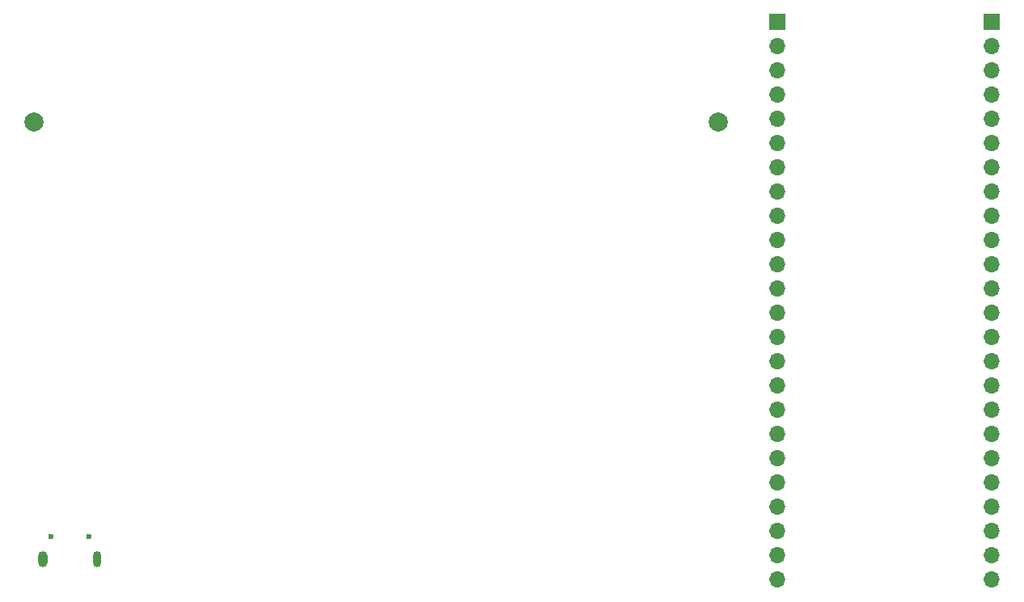
<source format=gbs>
%TF.GenerationSoftware,KiCad,Pcbnew,(7.0.0)*%
%TF.CreationDate,2023-03-21T00:44:08+02:00*%
%TF.ProjectId,main_v0.6,6d61696e-5f76-4302-9e36-2e6b69636164,rev?*%
%TF.SameCoordinates,Original*%
%TF.FileFunction,Soldermask,Bot*%
%TF.FilePolarity,Negative*%
%FSLAX46Y46*%
G04 Gerber Fmt 4.6, Leading zero omitted, Abs format (unit mm)*
G04 Created by KiCad (PCBNEW (7.0.0)) date 2023-03-21 00:44:08*
%MOMM*%
%LPD*%
G01*
G04 APERTURE LIST*
%ADD10R,1.700000X1.700000*%
%ADD11O,1.700000X1.700000*%
%ADD12C,2.000000*%
%ADD13C,0.600000*%
%ADD14O,1.000000X1.700000*%
%ADD15O,0.850000X1.700000*%
G04 APERTURE END LIST*
D10*
%TO.C,J1*%
X173149999Y-40639999D03*
D11*
X173149999Y-43179999D03*
X173149999Y-45719999D03*
X173149999Y-48259999D03*
X173149999Y-50799999D03*
X173149999Y-53339999D03*
X173149999Y-55879999D03*
X173149999Y-58419999D03*
X173149999Y-60959999D03*
X173149999Y-63499999D03*
X173149999Y-66039999D03*
X173149999Y-68579999D03*
X173149999Y-71119999D03*
X173149999Y-73659999D03*
X173149999Y-76199999D03*
X173149999Y-78739999D03*
X173149999Y-81279999D03*
X173149999Y-83819999D03*
X173149999Y-86359999D03*
X173149999Y-88899999D03*
X173149999Y-91439999D03*
X173149999Y-93979999D03*
X173149999Y-96519999D03*
X173149999Y-99059999D03*
%TD*%
D10*
%TO.C,J2*%
X195579999Y-40639999D03*
D11*
X195579999Y-43179999D03*
X195579999Y-45719999D03*
X195579999Y-48259999D03*
X195579999Y-50799999D03*
X195579999Y-53339999D03*
X195579999Y-55879999D03*
X195579999Y-58419999D03*
X195579999Y-60959999D03*
X195579999Y-63499999D03*
X195579999Y-66039999D03*
X195579999Y-68579999D03*
X195579999Y-71119999D03*
X195579999Y-73659999D03*
X195579999Y-76199999D03*
X195579999Y-78739999D03*
X195579999Y-81279999D03*
X195579999Y-83819999D03*
X195579999Y-86359999D03*
X195579999Y-88899999D03*
X195579999Y-91439999D03*
X195579999Y-93979999D03*
X195579999Y-96519999D03*
X195579999Y-99059999D03*
%TD*%
D12*
%TO.C,BT1*%
X166905000Y-51155000D03*
X95305000Y-51155000D03*
%TD*%
D13*
%TO.C,J5*%
X97060000Y-94560000D03*
X101060000Y-94560000D03*
D14*
X96234999Y-96909999D03*
D15*
X101884999Y-96909999D03*
%TD*%
M02*

</source>
